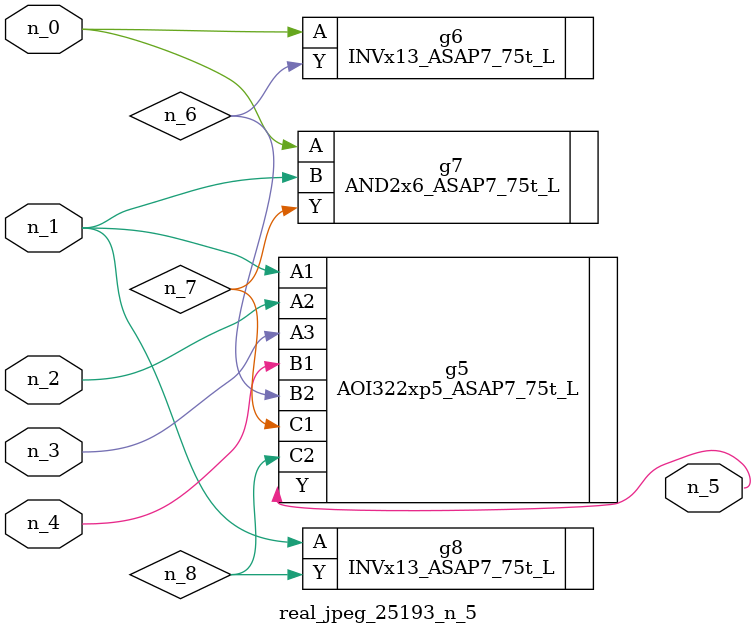
<source format=v>
module real_jpeg_25193_n_5 (n_4, n_0, n_1, n_2, n_3, n_5);

input n_4;
input n_0;
input n_1;
input n_2;
input n_3;

output n_5;

wire n_8;
wire n_6;
wire n_7;

INVx13_ASAP7_75t_L g6 ( 
.A(n_0),
.Y(n_6)
);

AND2x6_ASAP7_75t_L g7 ( 
.A(n_0),
.B(n_1),
.Y(n_7)
);

AOI322xp5_ASAP7_75t_L g5 ( 
.A1(n_1),
.A2(n_2),
.A3(n_3),
.B1(n_4),
.B2(n_6),
.C1(n_7),
.C2(n_8),
.Y(n_5)
);

INVx13_ASAP7_75t_L g8 ( 
.A(n_1),
.Y(n_8)
);


endmodule
</source>
